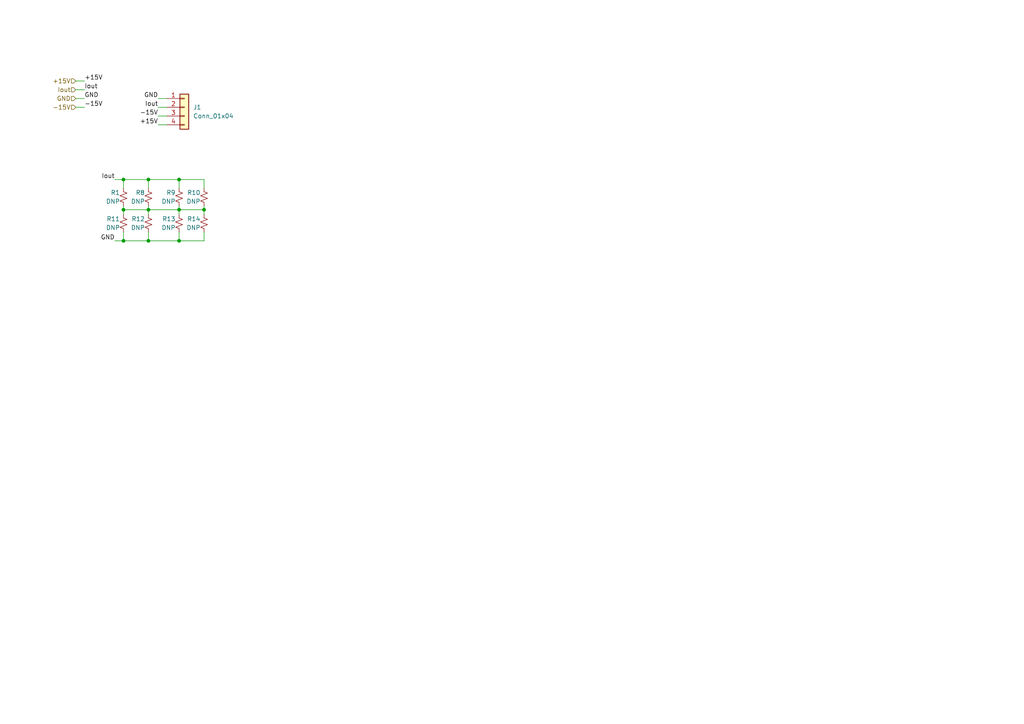
<source format=kicad_sch>
(kicad_sch (version 20211123) (generator eeschema)
  (paper "A4")
  (lib_symbols
    (symbol "Connector_Generic:Conn_01x04" (pin_names (offset 1.016) hide)
      (property "Reference" "J" (at 0 5.08 0))
      (property "Value" "Conn_01x04" (at 0 -7.62 0))
      (symbol "Conn_01x04_1_1"
        (rectangle (start -1.27 -4.953) (end 0 -5.207) (stroke (width 0.1524)))
        (rectangle (start -1.27 -2.413) (end 0 -2.667) (stroke (width 0.1524)))
        (rectangle (start -1.27 0.127) (end 0 -0.127) (stroke (width 0.1524)))
        (rectangle (start -1.27 2.667) (end 0 2.413) (stroke (width 0.1524)))
        (rectangle (start -1.27 3.81) (end 1.27 -6.35) (stroke (width 0.254)) (fill (type background)))
        (pin passive line (at -5.08 2.54 0) (length 3.81) (name "Pin_1") (number "1"))
        (pin passive line (at -5.08 0 0) (length 3.81) (name "Pin_2") (number "2"))
        (pin passive line (at -5.08 -2.54 0) (length 3.81) (name "Pin_3") (number "3"))
        (pin passive line (at -5.08 -5.08 0) (length 3.81) (name "Pin_4") (number "4"))
      )
    )
    (symbol "Device:R_Small_US" (pin_numbers hide) (pin_names (offset 0.254) hide)
      (property "Reference" "R" (at 0.762 0.508 0))
      (property "Value" "R_Small_US" (at 0.762 -1.016 0))
      (symbol "R_Small_US_1_1"
        (polyline (pts (xy 0 0) (xy 1.016 -0.381) (xy 0 -0.762) (xy -1.016 -1.143) (xy 0 -1.524)))
        (polyline (pts (xy 0 1.524) (xy 1.016 1.143) (xy 0 0.762) (xy -1.016 0.381) (xy 0 0)))
        (pin passive line (at 0 2.54 270) (length 1.016) (name "~") (number "1"))
        (pin passive line (at 0 -2.54 90) (length 1.016) (name "~") (number "2"))
      )
    )
  )
  (junction (at 43.053 69.85))
  (junction (at 51.943 60.833))
  (junction (at 35.814 60.833))
  (junction (at 43.053 60.833))
  (junction (at 35.814 52.07))
  (junction (at 59.182 60.833))
  (junction (at 35.814 69.85))
  (junction (at 51.943 52.07))
  (junction (at 43.053 52.07))
  (junction (at 51.943 69.85))
  (wire (pts (xy 35.814 59.69) (xy 35.814 60.833)))
  (wire (pts (xy 35.814 60.833) (xy 43.053 60.833)))
  (wire (pts (xy 59.182 59.69) (xy 59.182 60.833)))
  (wire (pts (xy 45.847 33.655) (xy 48.387 33.655)))
  (wire (pts (xy 43.053 60.833) (xy 51.943 60.833)))
  (wire (pts (xy 45.847 28.575) (xy 48.387 28.575)))
  (wire (pts (xy 21.971 26.035) (xy 24.511 26.035)))
  (wire (pts (xy 35.814 69.85) (xy 35.814 67.31)))
  (wire (pts (xy 51.943 69.85) (xy 43.053 69.85)))
  (wire (pts (xy 59.182 60.833) (xy 59.182 62.23)))
  (wire (pts (xy 21.971 28.575) (xy 24.511 28.575)))
  (wire (pts (xy 33.274 69.85) (xy 35.814 69.85)))
  (wire (pts (xy 59.182 52.07) (xy 51.943 52.07)))
  (wire (pts (xy 59.182 54.61) (xy 59.182 52.07)))
  (wire (pts (xy 43.053 52.07) (xy 51.943 52.07)))
  (wire (pts (xy 35.814 52.07) (xy 35.814 54.61)))
  (wire (pts (xy 33.274 52.07) (xy 35.814 52.07)))
  (wire (pts (xy 51.943 60.833) (xy 59.182 60.833)))
  (wire (pts (xy 43.053 59.69) (xy 43.053 60.833)))
  (wire (pts (xy 51.943 59.69) (xy 51.943 60.833)))
  (wire (pts (xy 51.943 52.07) (xy 51.943 54.61)))
  (wire (pts (xy 21.971 31.115) (xy 24.511 31.115)))
  (wire (pts (xy 21.971 23.495) (xy 24.511 23.495)))
  (wire (pts (xy 43.053 52.07) (xy 35.814 52.07)))
  (wire (pts (xy 43.053 60.833) (xy 43.053 62.23)))
  (wire (pts (xy 43.053 69.85) (xy 35.814 69.85)))
  (wire (pts (xy 45.847 36.195) (xy 48.387 36.195)))
  (wire (pts (xy 45.847 31.115) (xy 48.387 31.115)))
  (wire (pts (xy 43.053 54.61) (xy 43.053 52.07)))
  (wire (pts (xy 35.814 60.833) (xy 35.814 62.23)))
  (wire (pts (xy 59.182 69.85) (xy 51.943 69.85)))
  (wire (pts (xy 59.182 67.31) (xy 59.182 69.85)))
  (wire (pts (xy 43.053 67.31) (xy 43.053 69.85)))
  (wire (pts (xy 51.943 67.31) (xy 51.943 69.85)))
  (wire (pts (xy 51.943 60.833) (xy 51.943 62.23)))
  (label "+15V" (at 24.511 23.495 0))
  (label "GND" (at 24.511 28.575 0))
  (label "-15V" (at 45.847 33.655 180))
  (label "-15V" (at 24.511 31.115 0))
  (label "GND" (at 33.274 69.85 180))
  (label "+15V" (at 45.847 36.195 180))
  (label "Iout" (at 33.274 52.07 180))
  (label "Iout" (at 24.511 26.035 0))
  (label "GND" (at 45.847 28.575 180))
  (label "Iout" (at 45.847 31.115 180))
  (hierarchical_label "Iout" (shape input) (at 21.971 26.035 180))
  (hierarchical_label "GND" (shape input) (at 21.971 28.575 180))
  (hierarchical_label "+15V" (shape input) (at 21.971 23.495 180))
  (hierarchical_label "-15V" (shape input) (at 21.971 31.115 180))
  (symbol (lib_id "Device:R_Small_US") (at 51.943 57.15 180) (unit 1)
    (property "Reference" "R9" (at 50.927 55.88 0) (effects (justify left)))
    (property "Value" "DNP" (at 50.927 58.42 0) (effects (justify left)))
    (property "Footprint" "Resistor_THT:R_Axial_DIN0207_L6.3mm_D2.5mm_P10.16mm_Horizontal" (effects hide))
  )
  (symbol (lib_id "Device:R_Small_US") (at 35.814 64.77 180) (unit 1)
    (property "Reference" "R11" (at 34.798 63.5 0) (effects (justify left)))
    (property "Value" "DNP" (at 34.798 66.04 0) (effects (justify left)))
    (property "Footprint" "Resistor_SMD:R_0805_2012Metric_Pad1.20x1.40mm_HandSolder" (effects hide))
  )
  (symbol (lib_id "Device:R_Small_US") (at 43.053 64.77 180) (unit 1)
    (property "Reference" "R12" (at 42.037 63.5 0) (effects (justify left)))
    (property "Value" "DNP" (at 42.037 66.04 0) (effects (justify left)))
    (property "Footprint" "Resistor_SMD:R_0805_2012Metric_Pad1.20x1.40mm_HandSolder" (effects hide))
  )
  (symbol (lib_id "Device:R_Small_US") (at 59.182 57.15 180) (unit 1)
    (property "Reference" "R10" (at 58.166 55.88 0) (effects (justify left)))
    (property "Value" "DNP" (at 58.166 58.42 0) (effects (justify left)))
    (property "Footprint" "Resistor_THT:R_Axial_DIN0207_L6.3mm_D2.5mm_P10.16mm_Horizontal" (effects hide))
  )
  (symbol (lib_id "Device:R_Small_US") (at 59.182 64.77 180) (unit 1)
    (property "Reference" "R14" (at 58.166 63.5 0) (effects (justify left)))
    (property "Value" "DNP" (at 58.166 66.04 0) (effects (justify left)))
    (property "Footprint" "Resistor_THT:R_Axial_DIN0207_L6.3mm_D2.5mm_P10.16mm_Horizontal" (effects hide))
  )
  (symbol (lib_id "Device:R_Small_US") (at 51.943 64.77 180) (unit 1)
    (property "Reference" "R13" (at 50.927 63.5 0) (effects (justify left)))
    (property "Value" "DNP" (at 50.927 66.04 0) (effects (justify left)))
    (property "Footprint" "Resistor_THT:R_Axial_DIN0207_L6.3mm_D2.5mm_P10.16mm_Horizontal" (effects hide))
  )
  (symbol (lib_id "Device:R_Small_US") (at 35.814 57.15 180) (unit 1)
    (property "Reference" "R1" (at 34.798 55.88 0) (effects (justify left)))
    (property "Value" "DNP" (at 34.798 58.42 0) (effects (justify left)))
    (property "Footprint" "Resistor_SMD:R_0805_2012Metric_Pad1.20x1.40mm_HandSolder" (effects hide))
  )
  (symbol (lib_id "Connector_Generic:Conn_01x04") (at 53.467 31.115 0) (unit 1)
    (property "Reference" "J1" (at 56.007 31.1149 0) (effects (justify left)))
    (property "Value" "Conn_01x04" (at 56.007 33.6549 0) (effects (justify left)))
    (property "Footprint" "TerminalBlock_Phoenix:TerminalBlock_Phoenix_MKDS-1,5-4-5.08_1x04_P5.08mm_Horizontal" (effects hide))
  )
  (symbol (lib_id "Device:R_Small_US") (at 43.053 57.15 180) (unit 1)
    (property "Reference" "R8" (at 42.037 55.88 0) (effects (justify left)))
    (property "Value" "DNP" (at 42.037 58.42 0) (effects (justify left)))
    (property "Footprint" "Resistor_SMD:R_0805_2012Metric_Pad1.20x1.40mm_HandSolder" (effects hide))
  )
)
</source>
